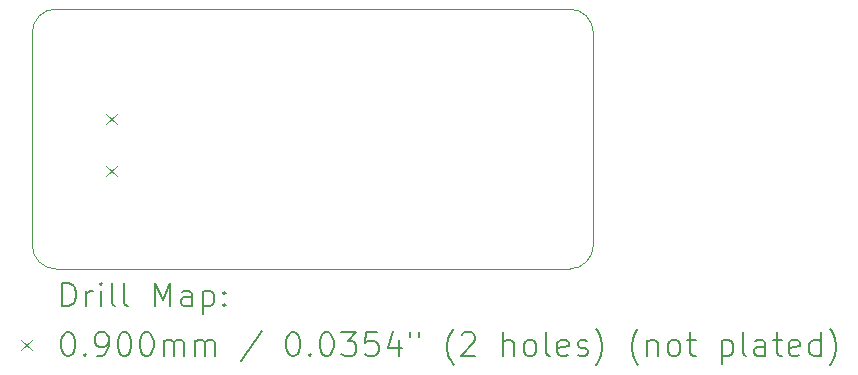
<source format=gbr>
%TF.GenerationSoftware,KiCad,Pcbnew,9.0.2*%
%TF.CreationDate,2025-07-20T14:31:45+05:30*%
%TF.ProjectId,Arduino nano,41726475-696e-46f2-906e-616e6f2e6b69,rev?*%
%TF.SameCoordinates,Original*%
%TF.FileFunction,Drillmap*%
%TF.FilePolarity,Positive*%
%FSLAX45Y45*%
G04 Gerber Fmt 4.5, Leading zero omitted, Abs format (unit mm)*
G04 Created by KiCad (PCBNEW 9.0.2) date 2025-07-20 14:31:45*
%MOMM*%
%LPD*%
G01*
G04 APERTURE LIST*
%ADD10C,0.100000*%
%ADD11C,0.200000*%
G04 APERTURE END LIST*
D10*
X23360000Y-7750000D02*
X23360000Y-7750000D01*
G75*
G02*
X23560000Y-7950000I0J-200000D01*
G01*
X23560000Y-9750000D01*
G75*
G02*
X23360000Y-9950000I-200000J0D01*
G01*
X19010000Y-9950000D01*
G75*
G02*
X18810000Y-9750000I0J200000D01*
G01*
X18810000Y-7950000D01*
G75*
G02*
X19010000Y-7750000I200000J0D01*
G01*
X23360000Y-7750000D01*
D11*
D10*
X19435000Y-8635000D02*
X19525000Y-8725000D01*
X19525000Y-8635000D02*
X19435000Y-8725000D01*
X19435000Y-9075000D02*
X19525000Y-9165000D01*
X19525000Y-9075000D02*
X19435000Y-9165000D01*
D11*
X19065777Y-10266484D02*
X19065777Y-10066484D01*
X19065777Y-10066484D02*
X19113396Y-10066484D01*
X19113396Y-10066484D02*
X19141967Y-10076008D01*
X19141967Y-10076008D02*
X19161015Y-10095055D01*
X19161015Y-10095055D02*
X19170539Y-10114103D01*
X19170539Y-10114103D02*
X19180063Y-10152198D01*
X19180063Y-10152198D02*
X19180063Y-10180770D01*
X19180063Y-10180770D02*
X19170539Y-10218865D01*
X19170539Y-10218865D02*
X19161015Y-10237912D01*
X19161015Y-10237912D02*
X19141967Y-10256960D01*
X19141967Y-10256960D02*
X19113396Y-10266484D01*
X19113396Y-10266484D02*
X19065777Y-10266484D01*
X19265777Y-10266484D02*
X19265777Y-10133150D01*
X19265777Y-10171246D02*
X19275301Y-10152198D01*
X19275301Y-10152198D02*
X19284824Y-10142674D01*
X19284824Y-10142674D02*
X19303872Y-10133150D01*
X19303872Y-10133150D02*
X19322920Y-10133150D01*
X19389586Y-10266484D02*
X19389586Y-10133150D01*
X19389586Y-10066484D02*
X19380063Y-10076008D01*
X19380063Y-10076008D02*
X19389586Y-10085531D01*
X19389586Y-10085531D02*
X19399110Y-10076008D01*
X19399110Y-10076008D02*
X19389586Y-10066484D01*
X19389586Y-10066484D02*
X19389586Y-10085531D01*
X19513396Y-10266484D02*
X19494348Y-10256960D01*
X19494348Y-10256960D02*
X19484824Y-10237912D01*
X19484824Y-10237912D02*
X19484824Y-10066484D01*
X19618158Y-10266484D02*
X19599110Y-10256960D01*
X19599110Y-10256960D02*
X19589586Y-10237912D01*
X19589586Y-10237912D02*
X19589586Y-10066484D01*
X19846729Y-10266484D02*
X19846729Y-10066484D01*
X19846729Y-10066484D02*
X19913396Y-10209341D01*
X19913396Y-10209341D02*
X19980063Y-10066484D01*
X19980063Y-10066484D02*
X19980063Y-10266484D01*
X20161015Y-10266484D02*
X20161015Y-10161722D01*
X20161015Y-10161722D02*
X20151491Y-10142674D01*
X20151491Y-10142674D02*
X20132444Y-10133150D01*
X20132444Y-10133150D02*
X20094348Y-10133150D01*
X20094348Y-10133150D02*
X20075301Y-10142674D01*
X20161015Y-10256960D02*
X20141967Y-10266484D01*
X20141967Y-10266484D02*
X20094348Y-10266484D01*
X20094348Y-10266484D02*
X20075301Y-10256960D01*
X20075301Y-10256960D02*
X20065777Y-10237912D01*
X20065777Y-10237912D02*
X20065777Y-10218865D01*
X20065777Y-10218865D02*
X20075301Y-10199817D01*
X20075301Y-10199817D02*
X20094348Y-10190293D01*
X20094348Y-10190293D02*
X20141967Y-10190293D01*
X20141967Y-10190293D02*
X20161015Y-10180770D01*
X20256253Y-10133150D02*
X20256253Y-10333150D01*
X20256253Y-10142674D02*
X20275301Y-10133150D01*
X20275301Y-10133150D02*
X20313396Y-10133150D01*
X20313396Y-10133150D02*
X20332444Y-10142674D01*
X20332444Y-10142674D02*
X20341967Y-10152198D01*
X20341967Y-10152198D02*
X20351491Y-10171246D01*
X20351491Y-10171246D02*
X20351491Y-10228389D01*
X20351491Y-10228389D02*
X20341967Y-10247436D01*
X20341967Y-10247436D02*
X20332444Y-10256960D01*
X20332444Y-10256960D02*
X20313396Y-10266484D01*
X20313396Y-10266484D02*
X20275301Y-10266484D01*
X20275301Y-10266484D02*
X20256253Y-10256960D01*
X20437205Y-10247436D02*
X20446729Y-10256960D01*
X20446729Y-10256960D02*
X20437205Y-10266484D01*
X20437205Y-10266484D02*
X20427682Y-10256960D01*
X20427682Y-10256960D02*
X20437205Y-10247436D01*
X20437205Y-10247436D02*
X20437205Y-10266484D01*
X20437205Y-10142674D02*
X20446729Y-10152198D01*
X20446729Y-10152198D02*
X20437205Y-10161722D01*
X20437205Y-10161722D02*
X20427682Y-10152198D01*
X20427682Y-10152198D02*
X20437205Y-10142674D01*
X20437205Y-10142674D02*
X20437205Y-10161722D01*
D10*
X18715000Y-10550000D02*
X18805000Y-10640000D01*
X18805000Y-10550000D02*
X18715000Y-10640000D01*
D11*
X19103872Y-10486484D02*
X19122920Y-10486484D01*
X19122920Y-10486484D02*
X19141967Y-10496008D01*
X19141967Y-10496008D02*
X19151491Y-10505531D01*
X19151491Y-10505531D02*
X19161015Y-10524579D01*
X19161015Y-10524579D02*
X19170539Y-10562674D01*
X19170539Y-10562674D02*
X19170539Y-10610293D01*
X19170539Y-10610293D02*
X19161015Y-10648389D01*
X19161015Y-10648389D02*
X19151491Y-10667436D01*
X19151491Y-10667436D02*
X19141967Y-10676960D01*
X19141967Y-10676960D02*
X19122920Y-10686484D01*
X19122920Y-10686484D02*
X19103872Y-10686484D01*
X19103872Y-10686484D02*
X19084824Y-10676960D01*
X19084824Y-10676960D02*
X19075301Y-10667436D01*
X19075301Y-10667436D02*
X19065777Y-10648389D01*
X19065777Y-10648389D02*
X19056253Y-10610293D01*
X19056253Y-10610293D02*
X19056253Y-10562674D01*
X19056253Y-10562674D02*
X19065777Y-10524579D01*
X19065777Y-10524579D02*
X19075301Y-10505531D01*
X19075301Y-10505531D02*
X19084824Y-10496008D01*
X19084824Y-10496008D02*
X19103872Y-10486484D01*
X19256253Y-10667436D02*
X19265777Y-10676960D01*
X19265777Y-10676960D02*
X19256253Y-10686484D01*
X19256253Y-10686484D02*
X19246729Y-10676960D01*
X19246729Y-10676960D02*
X19256253Y-10667436D01*
X19256253Y-10667436D02*
X19256253Y-10686484D01*
X19361015Y-10686484D02*
X19399110Y-10686484D01*
X19399110Y-10686484D02*
X19418158Y-10676960D01*
X19418158Y-10676960D02*
X19427682Y-10667436D01*
X19427682Y-10667436D02*
X19446729Y-10638865D01*
X19446729Y-10638865D02*
X19456253Y-10600770D01*
X19456253Y-10600770D02*
X19456253Y-10524579D01*
X19456253Y-10524579D02*
X19446729Y-10505531D01*
X19446729Y-10505531D02*
X19437205Y-10496008D01*
X19437205Y-10496008D02*
X19418158Y-10486484D01*
X19418158Y-10486484D02*
X19380063Y-10486484D01*
X19380063Y-10486484D02*
X19361015Y-10496008D01*
X19361015Y-10496008D02*
X19351491Y-10505531D01*
X19351491Y-10505531D02*
X19341967Y-10524579D01*
X19341967Y-10524579D02*
X19341967Y-10572198D01*
X19341967Y-10572198D02*
X19351491Y-10591246D01*
X19351491Y-10591246D02*
X19361015Y-10600770D01*
X19361015Y-10600770D02*
X19380063Y-10610293D01*
X19380063Y-10610293D02*
X19418158Y-10610293D01*
X19418158Y-10610293D02*
X19437205Y-10600770D01*
X19437205Y-10600770D02*
X19446729Y-10591246D01*
X19446729Y-10591246D02*
X19456253Y-10572198D01*
X19580063Y-10486484D02*
X19599110Y-10486484D01*
X19599110Y-10486484D02*
X19618158Y-10496008D01*
X19618158Y-10496008D02*
X19627682Y-10505531D01*
X19627682Y-10505531D02*
X19637205Y-10524579D01*
X19637205Y-10524579D02*
X19646729Y-10562674D01*
X19646729Y-10562674D02*
X19646729Y-10610293D01*
X19646729Y-10610293D02*
X19637205Y-10648389D01*
X19637205Y-10648389D02*
X19627682Y-10667436D01*
X19627682Y-10667436D02*
X19618158Y-10676960D01*
X19618158Y-10676960D02*
X19599110Y-10686484D01*
X19599110Y-10686484D02*
X19580063Y-10686484D01*
X19580063Y-10686484D02*
X19561015Y-10676960D01*
X19561015Y-10676960D02*
X19551491Y-10667436D01*
X19551491Y-10667436D02*
X19541967Y-10648389D01*
X19541967Y-10648389D02*
X19532444Y-10610293D01*
X19532444Y-10610293D02*
X19532444Y-10562674D01*
X19532444Y-10562674D02*
X19541967Y-10524579D01*
X19541967Y-10524579D02*
X19551491Y-10505531D01*
X19551491Y-10505531D02*
X19561015Y-10496008D01*
X19561015Y-10496008D02*
X19580063Y-10486484D01*
X19770539Y-10486484D02*
X19789586Y-10486484D01*
X19789586Y-10486484D02*
X19808634Y-10496008D01*
X19808634Y-10496008D02*
X19818158Y-10505531D01*
X19818158Y-10505531D02*
X19827682Y-10524579D01*
X19827682Y-10524579D02*
X19837205Y-10562674D01*
X19837205Y-10562674D02*
X19837205Y-10610293D01*
X19837205Y-10610293D02*
X19827682Y-10648389D01*
X19827682Y-10648389D02*
X19818158Y-10667436D01*
X19818158Y-10667436D02*
X19808634Y-10676960D01*
X19808634Y-10676960D02*
X19789586Y-10686484D01*
X19789586Y-10686484D02*
X19770539Y-10686484D01*
X19770539Y-10686484D02*
X19751491Y-10676960D01*
X19751491Y-10676960D02*
X19741967Y-10667436D01*
X19741967Y-10667436D02*
X19732444Y-10648389D01*
X19732444Y-10648389D02*
X19722920Y-10610293D01*
X19722920Y-10610293D02*
X19722920Y-10562674D01*
X19722920Y-10562674D02*
X19732444Y-10524579D01*
X19732444Y-10524579D02*
X19741967Y-10505531D01*
X19741967Y-10505531D02*
X19751491Y-10496008D01*
X19751491Y-10496008D02*
X19770539Y-10486484D01*
X19922920Y-10686484D02*
X19922920Y-10553150D01*
X19922920Y-10572198D02*
X19932444Y-10562674D01*
X19932444Y-10562674D02*
X19951491Y-10553150D01*
X19951491Y-10553150D02*
X19980063Y-10553150D01*
X19980063Y-10553150D02*
X19999110Y-10562674D01*
X19999110Y-10562674D02*
X20008634Y-10581722D01*
X20008634Y-10581722D02*
X20008634Y-10686484D01*
X20008634Y-10581722D02*
X20018158Y-10562674D01*
X20018158Y-10562674D02*
X20037205Y-10553150D01*
X20037205Y-10553150D02*
X20065777Y-10553150D01*
X20065777Y-10553150D02*
X20084825Y-10562674D01*
X20084825Y-10562674D02*
X20094348Y-10581722D01*
X20094348Y-10581722D02*
X20094348Y-10686484D01*
X20189586Y-10686484D02*
X20189586Y-10553150D01*
X20189586Y-10572198D02*
X20199110Y-10562674D01*
X20199110Y-10562674D02*
X20218158Y-10553150D01*
X20218158Y-10553150D02*
X20246729Y-10553150D01*
X20246729Y-10553150D02*
X20265777Y-10562674D01*
X20265777Y-10562674D02*
X20275301Y-10581722D01*
X20275301Y-10581722D02*
X20275301Y-10686484D01*
X20275301Y-10581722D02*
X20284825Y-10562674D01*
X20284825Y-10562674D02*
X20303872Y-10553150D01*
X20303872Y-10553150D02*
X20332444Y-10553150D01*
X20332444Y-10553150D02*
X20351491Y-10562674D01*
X20351491Y-10562674D02*
X20361015Y-10581722D01*
X20361015Y-10581722D02*
X20361015Y-10686484D01*
X20751491Y-10476960D02*
X20580063Y-10734103D01*
X21008634Y-10486484D02*
X21027682Y-10486484D01*
X21027682Y-10486484D02*
X21046729Y-10496008D01*
X21046729Y-10496008D02*
X21056253Y-10505531D01*
X21056253Y-10505531D02*
X21065777Y-10524579D01*
X21065777Y-10524579D02*
X21075301Y-10562674D01*
X21075301Y-10562674D02*
X21075301Y-10610293D01*
X21075301Y-10610293D02*
X21065777Y-10648389D01*
X21065777Y-10648389D02*
X21056253Y-10667436D01*
X21056253Y-10667436D02*
X21046729Y-10676960D01*
X21046729Y-10676960D02*
X21027682Y-10686484D01*
X21027682Y-10686484D02*
X21008634Y-10686484D01*
X21008634Y-10686484D02*
X20989587Y-10676960D01*
X20989587Y-10676960D02*
X20980063Y-10667436D01*
X20980063Y-10667436D02*
X20970539Y-10648389D01*
X20970539Y-10648389D02*
X20961015Y-10610293D01*
X20961015Y-10610293D02*
X20961015Y-10562674D01*
X20961015Y-10562674D02*
X20970539Y-10524579D01*
X20970539Y-10524579D02*
X20980063Y-10505531D01*
X20980063Y-10505531D02*
X20989587Y-10496008D01*
X20989587Y-10496008D02*
X21008634Y-10486484D01*
X21161015Y-10667436D02*
X21170539Y-10676960D01*
X21170539Y-10676960D02*
X21161015Y-10686484D01*
X21161015Y-10686484D02*
X21151491Y-10676960D01*
X21151491Y-10676960D02*
X21161015Y-10667436D01*
X21161015Y-10667436D02*
X21161015Y-10686484D01*
X21294348Y-10486484D02*
X21313396Y-10486484D01*
X21313396Y-10486484D02*
X21332444Y-10496008D01*
X21332444Y-10496008D02*
X21341968Y-10505531D01*
X21341968Y-10505531D02*
X21351491Y-10524579D01*
X21351491Y-10524579D02*
X21361015Y-10562674D01*
X21361015Y-10562674D02*
X21361015Y-10610293D01*
X21361015Y-10610293D02*
X21351491Y-10648389D01*
X21351491Y-10648389D02*
X21341968Y-10667436D01*
X21341968Y-10667436D02*
X21332444Y-10676960D01*
X21332444Y-10676960D02*
X21313396Y-10686484D01*
X21313396Y-10686484D02*
X21294348Y-10686484D01*
X21294348Y-10686484D02*
X21275301Y-10676960D01*
X21275301Y-10676960D02*
X21265777Y-10667436D01*
X21265777Y-10667436D02*
X21256253Y-10648389D01*
X21256253Y-10648389D02*
X21246729Y-10610293D01*
X21246729Y-10610293D02*
X21246729Y-10562674D01*
X21246729Y-10562674D02*
X21256253Y-10524579D01*
X21256253Y-10524579D02*
X21265777Y-10505531D01*
X21265777Y-10505531D02*
X21275301Y-10496008D01*
X21275301Y-10496008D02*
X21294348Y-10486484D01*
X21427682Y-10486484D02*
X21551491Y-10486484D01*
X21551491Y-10486484D02*
X21484825Y-10562674D01*
X21484825Y-10562674D02*
X21513396Y-10562674D01*
X21513396Y-10562674D02*
X21532444Y-10572198D01*
X21532444Y-10572198D02*
X21541968Y-10581722D01*
X21541968Y-10581722D02*
X21551491Y-10600770D01*
X21551491Y-10600770D02*
X21551491Y-10648389D01*
X21551491Y-10648389D02*
X21541968Y-10667436D01*
X21541968Y-10667436D02*
X21532444Y-10676960D01*
X21532444Y-10676960D02*
X21513396Y-10686484D01*
X21513396Y-10686484D02*
X21456253Y-10686484D01*
X21456253Y-10686484D02*
X21437206Y-10676960D01*
X21437206Y-10676960D02*
X21427682Y-10667436D01*
X21732444Y-10486484D02*
X21637206Y-10486484D01*
X21637206Y-10486484D02*
X21627682Y-10581722D01*
X21627682Y-10581722D02*
X21637206Y-10572198D01*
X21637206Y-10572198D02*
X21656253Y-10562674D01*
X21656253Y-10562674D02*
X21703872Y-10562674D01*
X21703872Y-10562674D02*
X21722920Y-10572198D01*
X21722920Y-10572198D02*
X21732444Y-10581722D01*
X21732444Y-10581722D02*
X21741968Y-10600770D01*
X21741968Y-10600770D02*
X21741968Y-10648389D01*
X21741968Y-10648389D02*
X21732444Y-10667436D01*
X21732444Y-10667436D02*
X21722920Y-10676960D01*
X21722920Y-10676960D02*
X21703872Y-10686484D01*
X21703872Y-10686484D02*
X21656253Y-10686484D01*
X21656253Y-10686484D02*
X21637206Y-10676960D01*
X21637206Y-10676960D02*
X21627682Y-10667436D01*
X21913396Y-10553150D02*
X21913396Y-10686484D01*
X21865777Y-10476960D02*
X21818158Y-10619817D01*
X21818158Y-10619817D02*
X21941968Y-10619817D01*
X22008634Y-10486484D02*
X22008634Y-10524579D01*
X22084825Y-10486484D02*
X22084825Y-10524579D01*
X22380063Y-10762674D02*
X22370539Y-10753150D01*
X22370539Y-10753150D02*
X22351491Y-10724579D01*
X22351491Y-10724579D02*
X22341968Y-10705531D01*
X22341968Y-10705531D02*
X22332444Y-10676960D01*
X22332444Y-10676960D02*
X22322920Y-10629341D01*
X22322920Y-10629341D02*
X22322920Y-10591246D01*
X22322920Y-10591246D02*
X22332444Y-10543627D01*
X22332444Y-10543627D02*
X22341968Y-10515055D01*
X22341968Y-10515055D02*
X22351491Y-10496008D01*
X22351491Y-10496008D02*
X22370539Y-10467436D01*
X22370539Y-10467436D02*
X22380063Y-10457912D01*
X22446729Y-10505531D02*
X22456253Y-10496008D01*
X22456253Y-10496008D02*
X22475301Y-10486484D01*
X22475301Y-10486484D02*
X22522920Y-10486484D01*
X22522920Y-10486484D02*
X22541968Y-10496008D01*
X22541968Y-10496008D02*
X22551491Y-10505531D01*
X22551491Y-10505531D02*
X22561015Y-10524579D01*
X22561015Y-10524579D02*
X22561015Y-10543627D01*
X22561015Y-10543627D02*
X22551491Y-10572198D01*
X22551491Y-10572198D02*
X22437206Y-10686484D01*
X22437206Y-10686484D02*
X22561015Y-10686484D01*
X22799110Y-10686484D02*
X22799110Y-10486484D01*
X22884825Y-10686484D02*
X22884825Y-10581722D01*
X22884825Y-10581722D02*
X22875301Y-10562674D01*
X22875301Y-10562674D02*
X22856253Y-10553150D01*
X22856253Y-10553150D02*
X22827682Y-10553150D01*
X22827682Y-10553150D02*
X22808634Y-10562674D01*
X22808634Y-10562674D02*
X22799110Y-10572198D01*
X23008634Y-10686484D02*
X22989587Y-10676960D01*
X22989587Y-10676960D02*
X22980063Y-10667436D01*
X22980063Y-10667436D02*
X22970539Y-10648389D01*
X22970539Y-10648389D02*
X22970539Y-10591246D01*
X22970539Y-10591246D02*
X22980063Y-10572198D01*
X22980063Y-10572198D02*
X22989587Y-10562674D01*
X22989587Y-10562674D02*
X23008634Y-10553150D01*
X23008634Y-10553150D02*
X23037206Y-10553150D01*
X23037206Y-10553150D02*
X23056253Y-10562674D01*
X23056253Y-10562674D02*
X23065777Y-10572198D01*
X23065777Y-10572198D02*
X23075301Y-10591246D01*
X23075301Y-10591246D02*
X23075301Y-10648389D01*
X23075301Y-10648389D02*
X23065777Y-10667436D01*
X23065777Y-10667436D02*
X23056253Y-10676960D01*
X23056253Y-10676960D02*
X23037206Y-10686484D01*
X23037206Y-10686484D02*
X23008634Y-10686484D01*
X23189587Y-10686484D02*
X23170539Y-10676960D01*
X23170539Y-10676960D02*
X23161015Y-10657912D01*
X23161015Y-10657912D02*
X23161015Y-10486484D01*
X23341968Y-10676960D02*
X23322920Y-10686484D01*
X23322920Y-10686484D02*
X23284825Y-10686484D01*
X23284825Y-10686484D02*
X23265777Y-10676960D01*
X23265777Y-10676960D02*
X23256253Y-10657912D01*
X23256253Y-10657912D02*
X23256253Y-10581722D01*
X23256253Y-10581722D02*
X23265777Y-10562674D01*
X23265777Y-10562674D02*
X23284825Y-10553150D01*
X23284825Y-10553150D02*
X23322920Y-10553150D01*
X23322920Y-10553150D02*
X23341968Y-10562674D01*
X23341968Y-10562674D02*
X23351491Y-10581722D01*
X23351491Y-10581722D02*
X23351491Y-10600770D01*
X23351491Y-10600770D02*
X23256253Y-10619817D01*
X23427682Y-10676960D02*
X23446730Y-10686484D01*
X23446730Y-10686484D02*
X23484825Y-10686484D01*
X23484825Y-10686484D02*
X23503872Y-10676960D01*
X23503872Y-10676960D02*
X23513396Y-10657912D01*
X23513396Y-10657912D02*
X23513396Y-10648389D01*
X23513396Y-10648389D02*
X23503872Y-10629341D01*
X23503872Y-10629341D02*
X23484825Y-10619817D01*
X23484825Y-10619817D02*
X23456253Y-10619817D01*
X23456253Y-10619817D02*
X23437206Y-10610293D01*
X23437206Y-10610293D02*
X23427682Y-10591246D01*
X23427682Y-10591246D02*
X23427682Y-10581722D01*
X23427682Y-10581722D02*
X23437206Y-10562674D01*
X23437206Y-10562674D02*
X23456253Y-10553150D01*
X23456253Y-10553150D02*
X23484825Y-10553150D01*
X23484825Y-10553150D02*
X23503872Y-10562674D01*
X23580063Y-10762674D02*
X23589587Y-10753150D01*
X23589587Y-10753150D02*
X23608634Y-10724579D01*
X23608634Y-10724579D02*
X23618158Y-10705531D01*
X23618158Y-10705531D02*
X23627682Y-10676960D01*
X23627682Y-10676960D02*
X23637206Y-10629341D01*
X23637206Y-10629341D02*
X23637206Y-10591246D01*
X23637206Y-10591246D02*
X23627682Y-10543627D01*
X23627682Y-10543627D02*
X23618158Y-10515055D01*
X23618158Y-10515055D02*
X23608634Y-10496008D01*
X23608634Y-10496008D02*
X23589587Y-10467436D01*
X23589587Y-10467436D02*
X23580063Y-10457912D01*
X23941968Y-10762674D02*
X23932444Y-10753150D01*
X23932444Y-10753150D02*
X23913396Y-10724579D01*
X23913396Y-10724579D02*
X23903872Y-10705531D01*
X23903872Y-10705531D02*
X23894349Y-10676960D01*
X23894349Y-10676960D02*
X23884825Y-10629341D01*
X23884825Y-10629341D02*
X23884825Y-10591246D01*
X23884825Y-10591246D02*
X23894349Y-10543627D01*
X23894349Y-10543627D02*
X23903872Y-10515055D01*
X23903872Y-10515055D02*
X23913396Y-10496008D01*
X23913396Y-10496008D02*
X23932444Y-10467436D01*
X23932444Y-10467436D02*
X23941968Y-10457912D01*
X24018158Y-10553150D02*
X24018158Y-10686484D01*
X24018158Y-10572198D02*
X24027682Y-10562674D01*
X24027682Y-10562674D02*
X24046730Y-10553150D01*
X24046730Y-10553150D02*
X24075301Y-10553150D01*
X24075301Y-10553150D02*
X24094349Y-10562674D01*
X24094349Y-10562674D02*
X24103872Y-10581722D01*
X24103872Y-10581722D02*
X24103872Y-10686484D01*
X24227682Y-10686484D02*
X24208634Y-10676960D01*
X24208634Y-10676960D02*
X24199111Y-10667436D01*
X24199111Y-10667436D02*
X24189587Y-10648389D01*
X24189587Y-10648389D02*
X24189587Y-10591246D01*
X24189587Y-10591246D02*
X24199111Y-10572198D01*
X24199111Y-10572198D02*
X24208634Y-10562674D01*
X24208634Y-10562674D02*
X24227682Y-10553150D01*
X24227682Y-10553150D02*
X24256253Y-10553150D01*
X24256253Y-10553150D02*
X24275301Y-10562674D01*
X24275301Y-10562674D02*
X24284825Y-10572198D01*
X24284825Y-10572198D02*
X24294349Y-10591246D01*
X24294349Y-10591246D02*
X24294349Y-10648389D01*
X24294349Y-10648389D02*
X24284825Y-10667436D01*
X24284825Y-10667436D02*
X24275301Y-10676960D01*
X24275301Y-10676960D02*
X24256253Y-10686484D01*
X24256253Y-10686484D02*
X24227682Y-10686484D01*
X24351492Y-10553150D02*
X24427682Y-10553150D01*
X24380063Y-10486484D02*
X24380063Y-10657912D01*
X24380063Y-10657912D02*
X24389587Y-10676960D01*
X24389587Y-10676960D02*
X24408634Y-10686484D01*
X24408634Y-10686484D02*
X24427682Y-10686484D01*
X24646730Y-10553150D02*
X24646730Y-10753150D01*
X24646730Y-10562674D02*
X24665777Y-10553150D01*
X24665777Y-10553150D02*
X24703873Y-10553150D01*
X24703873Y-10553150D02*
X24722920Y-10562674D01*
X24722920Y-10562674D02*
X24732444Y-10572198D01*
X24732444Y-10572198D02*
X24741968Y-10591246D01*
X24741968Y-10591246D02*
X24741968Y-10648389D01*
X24741968Y-10648389D02*
X24732444Y-10667436D01*
X24732444Y-10667436D02*
X24722920Y-10676960D01*
X24722920Y-10676960D02*
X24703873Y-10686484D01*
X24703873Y-10686484D02*
X24665777Y-10686484D01*
X24665777Y-10686484D02*
X24646730Y-10676960D01*
X24856253Y-10686484D02*
X24837206Y-10676960D01*
X24837206Y-10676960D02*
X24827682Y-10657912D01*
X24827682Y-10657912D02*
X24827682Y-10486484D01*
X25018158Y-10686484D02*
X25018158Y-10581722D01*
X25018158Y-10581722D02*
X25008634Y-10562674D01*
X25008634Y-10562674D02*
X24989587Y-10553150D01*
X24989587Y-10553150D02*
X24951492Y-10553150D01*
X24951492Y-10553150D02*
X24932444Y-10562674D01*
X25018158Y-10676960D02*
X24999111Y-10686484D01*
X24999111Y-10686484D02*
X24951492Y-10686484D01*
X24951492Y-10686484D02*
X24932444Y-10676960D01*
X24932444Y-10676960D02*
X24922920Y-10657912D01*
X24922920Y-10657912D02*
X24922920Y-10638865D01*
X24922920Y-10638865D02*
X24932444Y-10619817D01*
X24932444Y-10619817D02*
X24951492Y-10610293D01*
X24951492Y-10610293D02*
X24999111Y-10610293D01*
X24999111Y-10610293D02*
X25018158Y-10600770D01*
X25084825Y-10553150D02*
X25161015Y-10553150D01*
X25113396Y-10486484D02*
X25113396Y-10657912D01*
X25113396Y-10657912D02*
X25122920Y-10676960D01*
X25122920Y-10676960D02*
X25141968Y-10686484D01*
X25141968Y-10686484D02*
X25161015Y-10686484D01*
X25303873Y-10676960D02*
X25284825Y-10686484D01*
X25284825Y-10686484D02*
X25246730Y-10686484D01*
X25246730Y-10686484D02*
X25227682Y-10676960D01*
X25227682Y-10676960D02*
X25218158Y-10657912D01*
X25218158Y-10657912D02*
X25218158Y-10581722D01*
X25218158Y-10581722D02*
X25227682Y-10562674D01*
X25227682Y-10562674D02*
X25246730Y-10553150D01*
X25246730Y-10553150D02*
X25284825Y-10553150D01*
X25284825Y-10553150D02*
X25303873Y-10562674D01*
X25303873Y-10562674D02*
X25313396Y-10581722D01*
X25313396Y-10581722D02*
X25313396Y-10600770D01*
X25313396Y-10600770D02*
X25218158Y-10619817D01*
X25484825Y-10686484D02*
X25484825Y-10486484D01*
X25484825Y-10676960D02*
X25465777Y-10686484D01*
X25465777Y-10686484D02*
X25427682Y-10686484D01*
X25427682Y-10686484D02*
X25408634Y-10676960D01*
X25408634Y-10676960D02*
X25399111Y-10667436D01*
X25399111Y-10667436D02*
X25389587Y-10648389D01*
X25389587Y-10648389D02*
X25389587Y-10591246D01*
X25389587Y-10591246D02*
X25399111Y-10572198D01*
X25399111Y-10572198D02*
X25408634Y-10562674D01*
X25408634Y-10562674D02*
X25427682Y-10553150D01*
X25427682Y-10553150D02*
X25465777Y-10553150D01*
X25465777Y-10553150D02*
X25484825Y-10562674D01*
X25561015Y-10762674D02*
X25570539Y-10753150D01*
X25570539Y-10753150D02*
X25589587Y-10724579D01*
X25589587Y-10724579D02*
X25599111Y-10705531D01*
X25599111Y-10705531D02*
X25608634Y-10676960D01*
X25608634Y-10676960D02*
X25618158Y-10629341D01*
X25618158Y-10629341D02*
X25618158Y-10591246D01*
X25618158Y-10591246D02*
X25608634Y-10543627D01*
X25608634Y-10543627D02*
X25599111Y-10515055D01*
X25599111Y-10515055D02*
X25589587Y-10496008D01*
X25589587Y-10496008D02*
X25570539Y-10467436D01*
X25570539Y-10467436D02*
X25561015Y-10457912D01*
M02*

</source>
